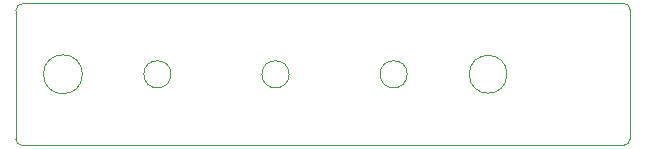
<source format=gbr>
%TF.GenerationSoftware,KiCad,Pcbnew,5.1.7-a382d34a8~88~ubuntu18.04.1*%
%TF.CreationDate,2021-05-22T21:37:03+02:00*%
%TF.ProjectId,button-board-6x6mm-3buttons,62757474-6f6e-42d6-926f-6172642d3678,v1r1*%
%TF.SameCoordinates,Original*%
%TF.FileFunction,Profile,NP*%
%FSLAX46Y46*%
G04 Gerber Fmt 4.6, Leading zero omitted, Abs format (unit mm)*
G04 Created by KiCad (PCBNEW 5.1.7-a382d34a8~88~ubuntu18.04.1) date 2021-05-22 21:37:03*
%MOMM*%
%LPD*%
G01*
G04 APERTURE LIST*
%TA.AperFunction,Profile*%
%ADD10C,0.050000*%
%TD*%
G04 APERTURE END LIST*
D10*
X69650000Y-42000000D02*
G75*
G03*
X69650000Y-42000000I-1150000J0D01*
G01*
X59650000Y-42000000D02*
G75*
G03*
X59650000Y-42000000I-1150000J0D01*
G01*
X49650000Y-42000000D02*
G75*
G03*
X49650000Y-42000000I-1150000J0D01*
G01*
X37000000Y-48000000D02*
G75*
G02*
X36500000Y-47500000I0J500000D01*
G01*
X88500000Y-47500000D02*
G75*
G02*
X88000000Y-48000000I-500000J0D01*
G01*
X88000000Y-36000000D02*
G75*
G02*
X88500000Y-36500000I0J-500000D01*
G01*
X78100000Y-42000000D02*
G75*
G03*
X78100000Y-42000000I-1600000J0D01*
G01*
X42150000Y-42000000D02*
G75*
G03*
X42150000Y-42000000I-1650000J0D01*
G01*
X36500000Y-36635000D02*
G75*
G02*
X37135000Y-36000000I635000J0D01*
G01*
X37135000Y-36000000D02*
X88000000Y-36000000D01*
X88500000Y-36500000D02*
X88500000Y-47500000D01*
X37000000Y-48000000D02*
X88000000Y-48000000D01*
X36500000Y-36635000D02*
X36500000Y-47500000D01*
M02*

</source>
